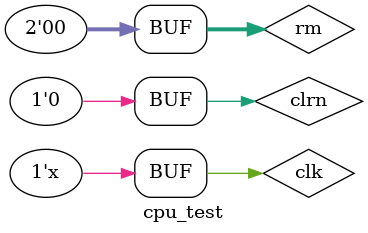
<source format=v>
`timescale 1ns / 1ps

module cpu_test();
    reg clk,clrn;
    reg [1:0]rm;
    initial begin
        rm=2'b00;
        clk=0;clrn=0;
        #3;clrn=1;
        #1;clrn=0;
    end
    always #5 clk=~clk;
    top_cpu init(clk,clrn,rm);
endmodule

</source>
